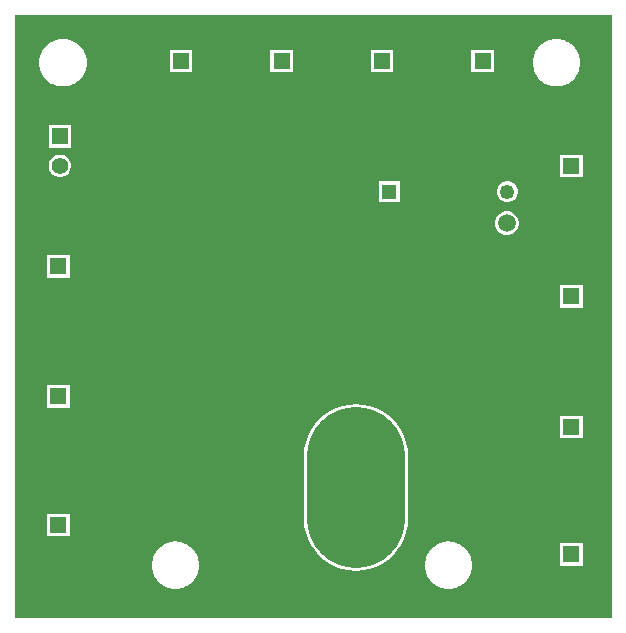
<source format=gbl>
G04*
G04 #@! TF.GenerationSoftware,Altium Limited,Altium Designer,24.3.1 (35)*
G04*
G04 Layer_Physical_Order=2*
G04 Layer_Color=16711680*
%FSLAX44Y44*%
%MOMM*%
G71*
G04*
G04 #@! TF.SameCoordinates,2743B645-7AAA-4EDF-9A08-FFA43F89998A*
G04*
G04*
G04 #@! TF.FilePolarity,Positive*
G04*
G01*
G75*
%ADD21R,1.2500X1.2500*%
%ADD22C,1.2500*%
%ADD26C,8.3000*%
%ADD29C,3.9000*%
%ADD30C,1.4000*%
%ADD31R,1.4000X1.4000*%
%ADD32R,1.4000X1.4000*%
%ADD33C,1.5000*%
%ADD34O,1.3000X2.6000*%
%ADD35C,0.7000*%
G36*
X501396Y-5250D02*
X-3810D01*
Y505460D01*
X501396D01*
Y-5250D01*
D02*
G37*
%LPC*%
G36*
X401770Y475630D02*
X382690D01*
Y456550D01*
X401770D01*
Y475630D01*
D02*
G37*
G36*
X316680D02*
X297600D01*
Y456550D01*
X316680D01*
Y475630D01*
D02*
G37*
G36*
X231590D02*
X212510D01*
Y456550D01*
X231590D01*
Y475630D01*
D02*
G37*
G36*
X146500D02*
X127420D01*
Y456550D01*
X146500D01*
Y475630D01*
D02*
G37*
G36*
X456384Y484910D02*
X452936D01*
X452686Y484860D01*
X452431D01*
X449050Y484188D01*
X448815Y484090D01*
X448564Y484040D01*
X445380Y482721D01*
X445168Y482579D01*
X444932Y482482D01*
X442066Y480566D01*
X441885Y480386D01*
X441673Y480244D01*
X439236Y477807D01*
X439094Y477595D01*
X438913Y477414D01*
X436998Y474548D01*
X436901Y474313D01*
X436759Y474100D01*
X435440Y470916D01*
X435390Y470665D01*
X435293Y470430D01*
X434620Y467049D01*
Y466794D01*
X434570Y466544D01*
Y464820D01*
Y463096D01*
X434620Y462846D01*
Y462591D01*
X435293Y459210D01*
X435390Y458975D01*
X435440Y458724D01*
X436759Y455540D01*
X436901Y455327D01*
X436998Y455092D01*
X438913Y452226D01*
X439094Y452045D01*
X439236Y451833D01*
X441673Y449396D01*
X441885Y449254D01*
X442066Y449073D01*
X444932Y447158D01*
X445168Y447061D01*
X445380Y446919D01*
X448564Y445600D01*
X448815Y445550D01*
X449050Y445452D01*
X452431Y444780D01*
X452686D01*
X452936Y444730D01*
X456384D01*
X456634Y444780D01*
X456889D01*
X460270Y445452D01*
X460505Y445550D01*
X460756Y445600D01*
X463940Y446919D01*
X464152Y447061D01*
X464388Y447158D01*
X467254Y449073D01*
X467435Y449254D01*
X467647Y449396D01*
X470084Y451833D01*
X470226Y452045D01*
X470406Y452226D01*
X472322Y455092D01*
X472419Y455327D01*
X472561Y455540D01*
X473880Y458724D01*
X473930Y458974D01*
X474027Y459210D01*
X474700Y462591D01*
Y462846D01*
X474750Y463096D01*
Y464820D01*
Y466544D01*
X474700Y466794D01*
Y467049D01*
X474027Y470430D01*
X473930Y470665D01*
X473880Y470916D01*
X472561Y474100D01*
X472419Y474313D01*
X472322Y474548D01*
X470406Y477414D01*
X470226Y477595D01*
X470084Y477807D01*
X467647Y480244D01*
X467435Y480386D01*
X467254Y480566D01*
X464388Y482482D01*
X464152Y482579D01*
X463940Y482721D01*
X460756Y484040D01*
X460505Y484090D01*
X460270Y484188D01*
X456889Y484860D01*
X456634D01*
X456384Y484910D01*
D02*
G37*
G36*
X38554D02*
X35106D01*
X34856Y484860D01*
X34601D01*
X31220Y484188D01*
X30984Y484090D01*
X30734Y484040D01*
X27550Y482721D01*
X27338Y482579D01*
X27102Y482482D01*
X24236Y480566D01*
X24055Y480386D01*
X23843Y480244D01*
X21406Y477807D01*
X21264Y477595D01*
X21084Y477414D01*
X19168Y474548D01*
X19071Y474313D01*
X18929Y474100D01*
X17610Y470916D01*
X17560Y470665D01*
X17463Y470430D01*
X16790Y467049D01*
Y466794D01*
X16740Y466544D01*
Y464820D01*
Y463096D01*
X16790Y462846D01*
Y462591D01*
X17463Y459210D01*
X17560Y458975D01*
X17610Y458724D01*
X18929Y455540D01*
X19071Y455327D01*
X19168Y455092D01*
X21084Y452226D01*
X21264Y452045D01*
X21406Y451833D01*
X23843Y449396D01*
X24055Y449254D01*
X24236Y449073D01*
X27102Y447158D01*
X27338Y447061D01*
X27550Y446919D01*
X30734Y445600D01*
X30985Y445550D01*
X31220Y445452D01*
X34601Y444780D01*
X34856D01*
X35106Y444730D01*
X38554D01*
X38804Y444780D01*
X39059D01*
X42440Y445452D01*
X42675Y445550D01*
X42926Y445600D01*
X46110Y446919D01*
X46322Y447061D01*
X46558Y447158D01*
X49424Y449073D01*
X49605Y449254D01*
X49817Y449396D01*
X52254Y451833D01*
X52396Y452045D01*
X52576Y452226D01*
X54492Y455092D01*
X54589Y455327D01*
X54731Y455540D01*
X56050Y458724D01*
X56100Y458974D01*
X56198Y459210D01*
X56870Y462591D01*
Y462846D01*
X56920Y463096D01*
Y464820D01*
Y466544D01*
X56870Y466794D01*
Y467049D01*
X56198Y470430D01*
X56100Y470665D01*
X56050Y470916D01*
X54731Y474100D01*
X54589Y474313D01*
X54492Y474548D01*
X52576Y477414D01*
X52396Y477595D01*
X52254Y477807D01*
X49817Y480244D01*
X49605Y480386D01*
X49424Y480566D01*
X46558Y482482D01*
X46322Y482579D01*
X46110Y482721D01*
X42926Y484040D01*
X42675Y484090D01*
X42440Y484188D01*
X39059Y484860D01*
X38804D01*
X38554Y484910D01*
D02*
G37*
G36*
X43830Y411930D02*
X24750D01*
Y392850D01*
X43830D01*
Y411930D01*
D02*
G37*
G36*
X476900Y386930D02*
X457820D01*
Y367850D01*
X476900D01*
Y386930D01*
D02*
G37*
G36*
X35546D02*
X33034D01*
X30608Y386280D01*
X28432Y385024D01*
X26656Y383248D01*
X25400Y381072D01*
X24750Y378646D01*
Y376134D01*
X25400Y373708D01*
X26656Y371532D01*
X28432Y369756D01*
X30608Y368500D01*
X33034Y367850D01*
X35546D01*
X37972Y368500D01*
X40148Y369756D01*
X41924Y371532D01*
X43180Y373708D01*
X43830Y376134D01*
Y378646D01*
X43180Y381072D01*
X41924Y383248D01*
X40148Y385024D01*
X37972Y386280D01*
X35546Y386930D01*
D02*
G37*
G36*
X414377Y364390D02*
X412063D01*
X409827Y363791D01*
X407823Y362634D01*
X406186Y360997D01*
X405029Y358993D01*
X404430Y356757D01*
Y354443D01*
X405029Y352207D01*
X406186Y350203D01*
X407823Y348566D01*
X409827Y347409D01*
X412063Y346810D01*
X414377D01*
X416613Y347409D01*
X418617Y348566D01*
X420254Y350203D01*
X421411Y352207D01*
X422010Y354443D01*
Y356757D01*
X421411Y358993D01*
X420254Y360997D01*
X418617Y362634D01*
X416613Y363791D01*
X414377Y364390D01*
D02*
G37*
G36*
X322010D02*
X304430D01*
Y346810D01*
X322010D01*
Y364390D01*
D02*
G37*
G36*
X414072Y338970D02*
X411428D01*
X408875Y338286D01*
X406585Y336964D01*
X404716Y335095D01*
X403394Y332805D01*
X402710Y330252D01*
Y327608D01*
X403394Y325055D01*
X404716Y322765D01*
X406585Y320896D01*
X408875Y319574D01*
X411428Y318890D01*
X414072D01*
X416625Y319574D01*
X418915Y320896D01*
X420784Y322765D01*
X422106Y325055D01*
X422790Y327608D01*
Y330252D01*
X422106Y332805D01*
X420784Y335095D01*
X418915Y336964D01*
X416625Y338286D01*
X414072Y338970D01*
D02*
G37*
G36*
X42560Y301863D02*
X23480D01*
Y282783D01*
X42560D01*
Y301863D01*
D02*
G37*
G36*
X476900Y276440D02*
X457820D01*
Y257360D01*
X476900D01*
Y276440D01*
D02*
G37*
G36*
X42560Y191797D02*
X23480D01*
Y172717D01*
X42560D01*
Y191797D01*
D02*
G37*
G36*
X476900Y165950D02*
X457820D01*
Y146870D01*
X476900D01*
Y165950D01*
D02*
G37*
G36*
X42560Y83000D02*
X23480D01*
Y63920D01*
X42560D01*
Y83000D01*
D02*
G37*
G36*
X476900Y58000D02*
X457820D01*
Y38920D01*
X476900D01*
Y58000D01*
D02*
G37*
G36*
X284920Y175774D02*
X279159Y175397D01*
X273497Y174271D01*
X268030Y172415D01*
X262853Y169862D01*
X258053Y166654D01*
X253712Y162848D01*
X249906Y158507D01*
X246698Y153707D01*
X244145Y148530D01*
X242289Y143063D01*
X241163Y137401D01*
X240786Y131640D01*
Y78740D01*
X241163Y72979D01*
X242289Y67317D01*
X244145Y61851D01*
X246698Y56673D01*
X249906Y51873D01*
X253712Y47532D01*
X258053Y43726D01*
X262853Y40518D01*
X268030Y37965D01*
X273497Y36109D01*
X279159Y34983D01*
X284920Y34606D01*
X290681Y34983D01*
X296343Y36109D01*
X301810Y37965D01*
X306987Y40518D01*
X311787Y43726D01*
X316128Y47532D01*
X319934Y51873D01*
X323142Y56673D01*
X325695Y61851D01*
X327551Y67317D01*
X328677Y72979D01*
X329054Y78740D01*
Y131640D01*
X328677Y137401D01*
X327551Y143063D01*
X325695Y148530D01*
X323142Y153707D01*
X319934Y158507D01*
X316128Y162848D01*
X311787Y166654D01*
X306987Y169862D01*
X301810Y172415D01*
X296343Y174271D01*
X290681Y175397D01*
X284920Y175774D01*
D02*
G37*
G36*
X364944Y59460D02*
X361496D01*
X361246Y59410D01*
X360991D01*
X357610Y58738D01*
X357374Y58640D01*
X357124Y58590D01*
X353940Y57271D01*
X353727Y57129D01*
X353492Y57032D01*
X350626Y55116D01*
X350445Y54936D01*
X350233Y54794D01*
X347796Y52357D01*
X347654Y52145D01*
X347473Y51964D01*
X345558Y49098D01*
X345461Y48863D01*
X345319Y48650D01*
X344000Y45466D01*
X343950Y45215D01*
X343853Y44980D01*
X343180Y41599D01*
Y41344D01*
X343130Y41094D01*
Y39370D01*
Y37646D01*
X343180Y37396D01*
Y37141D01*
X343853Y33760D01*
X343950Y33525D01*
X344000Y33274D01*
X345319Y30090D01*
X345461Y29878D01*
X345558Y29642D01*
X347473Y26776D01*
X347654Y26595D01*
X347796Y26383D01*
X350233Y23946D01*
X350445Y23804D01*
X350626Y23623D01*
X353492Y21708D01*
X353727Y21611D01*
X353940Y21469D01*
X357124Y20150D01*
X357375Y20100D01*
X357610Y20003D01*
X360991Y19330D01*
X361246D01*
X361496Y19280D01*
X364944D01*
X365194Y19330D01*
X365449D01*
X368830Y20003D01*
X369065Y20100D01*
X369316Y20150D01*
X372500Y21469D01*
X372713Y21611D01*
X372948Y21708D01*
X375814Y23623D01*
X375995Y23804D01*
X376207Y23946D01*
X378644Y26383D01*
X378786Y26595D01*
X378966Y26776D01*
X380882Y29642D01*
X380979Y29878D01*
X381121Y30090D01*
X382440Y33274D01*
X382490Y33524D01*
X382588Y33760D01*
X383260Y37141D01*
Y37396D01*
X383310Y37646D01*
Y39370D01*
Y41094D01*
X383260Y41344D01*
Y41599D01*
X382588Y44980D01*
X382490Y45215D01*
X382440Y45466D01*
X381121Y48650D01*
X380979Y48863D01*
X380882Y49098D01*
X378966Y51964D01*
X378786Y52145D01*
X378644Y52357D01*
X376207Y54794D01*
X375995Y54936D01*
X375814Y55116D01*
X372948Y57032D01*
X372713Y57129D01*
X372500Y57271D01*
X369316Y58590D01*
X369066Y58640D01*
X368830Y58738D01*
X365449Y59410D01*
X365194D01*
X364944Y59460D01*
D02*
G37*
G36*
X133804D02*
X130356D01*
X130106Y59410D01*
X129851D01*
X126470Y58738D01*
X126235Y58640D01*
X125984Y58590D01*
X122800Y57271D01*
X122587Y57129D01*
X122352Y57032D01*
X119486Y55116D01*
X119305Y54936D01*
X119093Y54794D01*
X116656Y52357D01*
X116514Y52145D01*
X116334Y51964D01*
X114418Y49098D01*
X114321Y48863D01*
X114179Y48650D01*
X112860Y45466D01*
X112810Y45215D01*
X112712Y44980D01*
X112040Y41599D01*
Y41344D01*
X111990Y41094D01*
Y39370D01*
Y37646D01*
X112040Y37396D01*
Y37141D01*
X112712Y33760D01*
X112810Y33525D01*
X112860Y33274D01*
X114179Y30090D01*
X114321Y29878D01*
X114418Y29642D01*
X116334Y26776D01*
X116514Y26595D01*
X116656Y26383D01*
X119093Y23946D01*
X119305Y23804D01*
X119486Y23623D01*
X122352Y21708D01*
X122587Y21611D01*
X122800Y21469D01*
X125984Y20150D01*
X126235Y20100D01*
X126470Y20003D01*
X129851Y19330D01*
X130106D01*
X130356Y19280D01*
X133804D01*
X134054Y19330D01*
X134309D01*
X137690Y20003D01*
X137925Y20100D01*
X138176Y20150D01*
X141360Y21469D01*
X141573Y21611D01*
X141808Y21708D01*
X144674Y23623D01*
X144855Y23804D01*
X145067Y23946D01*
X147504Y26383D01*
X147646Y26595D01*
X147826Y26776D01*
X149742Y29642D01*
X149839Y29878D01*
X149981Y30090D01*
X151300Y33274D01*
X151350Y33524D01*
X151447Y33760D01*
X152120Y37141D01*
Y37396D01*
X152170Y37646D01*
Y39370D01*
Y41094D01*
X152120Y41344D01*
Y41599D01*
X151447Y44980D01*
X151350Y45215D01*
X151300Y45466D01*
X149981Y48650D01*
X149839Y48863D01*
X149742Y49098D01*
X147826Y51964D01*
X147646Y52145D01*
X147504Y52357D01*
X145067Y54794D01*
X144855Y54936D01*
X144674Y55116D01*
X141808Y57032D01*
X141573Y57129D01*
X141360Y57271D01*
X138176Y58590D01*
X137926Y58640D01*
X137690Y58738D01*
X134309Y59410D01*
X134054D01*
X133804Y59460D01*
D02*
G37*
%LPD*%
D21*
X313220Y355600D02*
D03*
D22*
X413220D02*
D03*
D26*
X284920Y78740D02*
Y131640D01*
D29*
Y78740D02*
D03*
X212920D02*
D03*
D30*
X33020Y48460D02*
D03*
Y157257D02*
D03*
X467360Y73460D02*
D03*
Y181410D02*
D03*
Y291900D02*
D03*
Y402390D02*
D03*
X367230Y466090D02*
D03*
X282140D02*
D03*
X197050D02*
D03*
X111960D02*
D03*
X34290Y377390D02*
D03*
X33020Y267323D02*
D03*
D31*
Y182257D02*
D03*
X467360Y48460D02*
D03*
Y156410D02*
D03*
Y266900D02*
D03*
Y377390D02*
D03*
X34290Y402390D02*
D03*
X33020Y292323D02*
D03*
Y73460D02*
D03*
D32*
X392230Y466090D02*
D03*
X307140D02*
D03*
X222050D02*
D03*
X136960D02*
D03*
D33*
X412750Y328930D02*
D03*
Y303530D02*
D03*
D34*
X181420Y18740D02*
D03*
X316420D02*
D03*
D35*
X307340Y139700D02*
D03*
X283210D02*
D03*
X261620D02*
D03*
Y125730D02*
D03*
X283210D02*
D03*
X307340Y124460D02*
D03*
Y109220D02*
D03*
X283210D02*
D03*
X261620D02*
D03*
M02*

</source>
